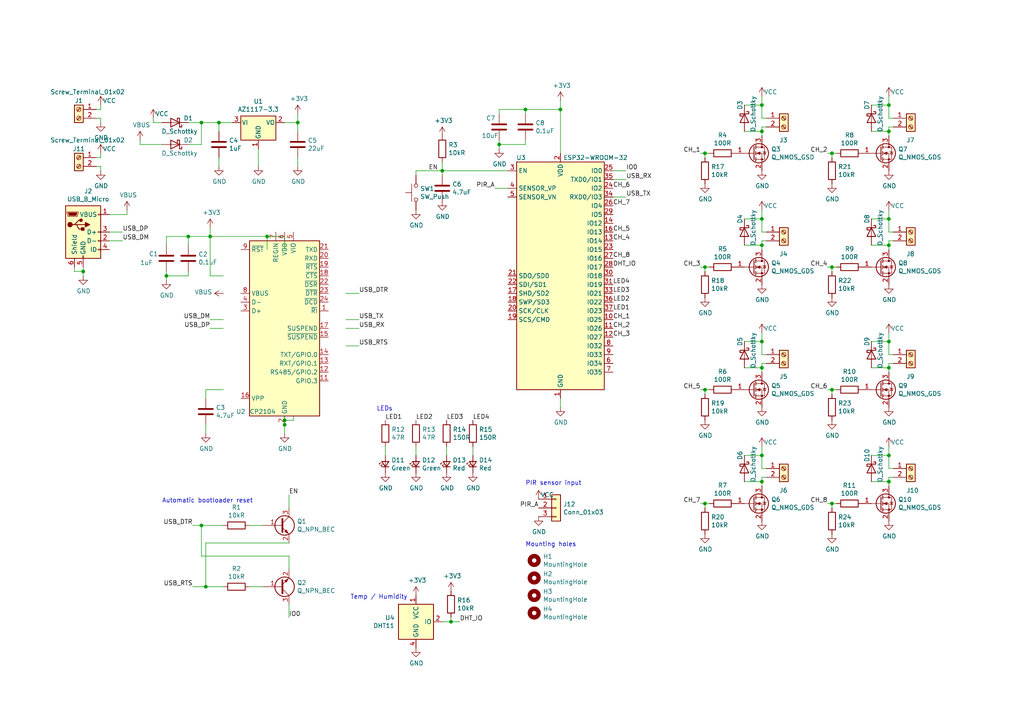
<source format=kicad_sch>
(kicad_sch (version 20211123) (generator eeschema)
  (paper "A4")
  (junction (at 241.3 146.05))
  (junction (at 257.81 139.7))
  (junction (at 257.81 38.1))
  (junction (at 257.81 63.5))
  (junction (at 257.81 106.68))
  (junction (at 59.69 170.18))
  (junction (at 162.56 31.75))
  (junction (at 220.98 99.06))
  (junction (at 48.26 80.01))
  (junction (at 60.96 68.58))
  (junction (at 257.81 30.48))
  (junction (at 220.98 63.5))
  (junction (at 86.36 35.56))
  (junction (at 82.55 121.92))
  (junction (at 220.98 139.7))
  (junction (at 77.47 68.58))
  (junction (at 257.81 132.08))
  (junction (at 204.47 77.47))
  (junction (at 24.13 78.74))
  (junction (at 241.3 113.03))
  (junction (at 58.42 35.56))
  (junction (at 130.81 180.34))
  (junction (at 204.47 146.05))
  (junction (at 220.98 38.1))
  (junction (at 128.27 49.53))
  (junction (at 257.81 71.12))
  (junction (at 204.47 44.45))
  (junction (at 54.61 68.58))
  (junction (at 144.78 41.91))
  (junction (at 220.98 71.12))
  (junction (at 220.98 132.08))
  (junction (at 204.47 113.03))
  (junction (at 152.4 31.75))
  (junction (at 220.98 30.48))
  (junction (at 82.55 123.19))
  (junction (at 63.5 35.56))
  (junction (at 241.3 44.45))
  (junction (at 241.3 77.47))
  (junction (at 257.81 99.06))
  (junction (at 58.42 152.4))
  (junction (at 220.98 106.68))
  (wire (pts (xy 59.69 115.57) (xy 59.69 113.03)))
  (wire (pts (xy 128.27 49.53) (xy 147.32 49.53)))
  (wire (pts (xy 55.88 152.4) (xy 58.42 152.4)))
  (wire (pts (xy 215.9 106.68) (xy 220.98 106.68)))
  (wire (pts (xy 215.9 99.06) (xy 220.98 99.06)))
  (wire (pts (xy 58.42 161.29) (xy 58.42 152.4)))
  (wire (pts (xy 29.21 34.29) (xy 29.21 35.56)))
  (wire (pts (xy 44.45 35.56) (xy 46.99 35.56)))
  (wire (pts (xy 128.27 180.34) (xy 130.81 180.34)))
  (wire (pts (xy 83.82 161.29) (xy 58.42 161.29)))
  (wire (pts (xy 72.39 170.18) (xy 76.2 170.18)))
  (wire (pts (xy 104.14 85.09) (xy 100.33 85.09)))
  (wire (pts (xy 215.9 132.08) (xy 220.98 132.08)))
  (wire (pts (xy 59.69 113.03) (xy 64.77 113.03)))
  (wire (pts (xy 40.64 41.91) (xy 46.99 41.91)))
  (wire (pts (xy 252.73 38.1) (xy 257.81 38.1)))
  (wire (pts (xy 60.96 68.58) (xy 77.47 68.58)))
  (wire (pts (xy 120.65 49.53) (xy 120.65 50.8)))
  (wire (pts (xy 86.36 35.56) (xy 82.55 35.56)))
  (wire (pts (xy 60.96 92.71) (xy 64.77 92.71)))
  (wire (pts (xy 257.81 69.85) (xy 257.81 71.12)))
  (wire (pts (xy 203.2 146.05) (xy 204.47 146.05)))
  (wire (pts (xy 259.08 138.43) (xy 257.81 138.43)))
  (wire (pts (xy 60.96 80.01) (xy 60.96 68.58)))
  (wire (pts (xy 252.73 132.08) (xy 257.81 132.08)))
  (wire (pts (xy 60.96 66.04) (xy 60.96 68.58)))
  (wire (pts (xy 259.08 36.83) (xy 257.81 36.83)))
  (wire (pts (xy 220.98 67.31) (xy 222.25 67.31)))
  (wire (pts (xy 31.75 67.31) (xy 35.56 67.31)))
  (wire (pts (xy 29.21 45.72) (xy 29.21 44.45)))
  (wire (pts (xy 257.81 63.5) (xy 257.81 60.96)))
  (wire (pts (xy 220.98 102.87) (xy 222.25 102.87)))
  (wire (pts (xy 152.4 31.75) (xy 152.4 33.02)))
  (wire (pts (xy 204.47 113.03) (xy 204.47 114.3)))
  (wire (pts (xy 44.45 34.29) (xy 44.45 35.56)))
  (wire (pts (xy 220.98 132.08) (xy 220.98 129.54)))
  (wire (pts (xy 257.81 34.29) (xy 259.08 34.29)))
  (wire (pts (xy 60.96 80.01) (xy 64.77 80.01)))
  (wire (pts (xy 220.98 38.1) (xy 220.98 39.37)))
  (wire (pts (xy 128.27 46.99) (xy 128.27 49.53)))
  (wire (pts (xy 257.81 132.08) (xy 257.81 135.89)))
  (wire (pts (xy 24.13 78.74) (xy 21.59 78.74)))
  (wire (pts (xy 240.03 44.45) (xy 241.3 44.45)))
  (wire (pts (xy 82.55 123.19) (xy 82.55 121.92)))
  (wire (pts (xy 77.47 68.58) (xy 82.55 68.58)))
  (wire (pts (xy 257.81 102.87) (xy 259.08 102.87)))
  (wire (pts (xy 36.83 60.96) (xy 36.83 62.23)))
  (wire (pts (xy 100.33 92.71) (xy 104.14 92.71)))
  (wire (pts (xy 83.82 157.48) (xy 59.69 157.48)))
  (wire (pts (xy 82.55 121.92) (xy 82.55 120.65)))
  (wire (pts (xy 152.4 41.91) (xy 152.4 40.64)))
  (wire (pts (xy 72.39 152.4) (xy 76.2 152.4)))
  (wire (pts (xy 240.03 77.47) (xy 241.3 77.47)))
  (wire (pts (xy 204.47 44.45) (xy 205.74 44.45)))
  (wire (pts (xy 220.98 139.7) (xy 220.98 140.97)))
  (wire (pts (xy 83.82 165.1) (xy 83.82 161.29)))
  (wire (pts (xy 257.81 138.43) (xy 257.81 139.7)))
  (wire (pts (xy 48.26 80.01) (xy 54.61 80.01)))
  (wire (pts (xy 240.03 113.03) (xy 241.3 113.03)))
  (wire (pts (xy 220.98 30.48) (xy 220.98 27.94)))
  (wire (pts (xy 144.78 41.91) (xy 152.4 41.91)))
  (wire (pts (xy 257.81 36.83) (xy 257.81 38.1)))
  (wire (pts (xy 162.56 31.75) (xy 162.56 44.45)))
  (wire (pts (xy 257.81 135.89) (xy 259.08 135.89)))
  (wire (pts (xy 252.73 99.06) (xy 257.81 99.06)))
  (wire (pts (xy 220.98 34.29) (xy 222.25 34.29)))
  (wire (pts (xy 59.69 157.48) (xy 59.69 170.18)))
  (wire (pts (xy 215.9 38.1) (xy 220.98 38.1)))
  (wire (pts (xy 257.81 67.31) (xy 259.08 67.31)))
  (wire (pts (xy 82.55 125.73) (xy 82.55 123.19)))
  (wire (pts (xy 241.3 146.05) (xy 242.57 146.05)))
  (wire (pts (xy 144.78 43.18) (xy 144.78 41.91)))
  (wire (pts (xy 252.73 63.5) (xy 257.81 63.5)))
  (wire (pts (xy 220.98 30.48) (xy 220.98 34.29)))
  (wire (pts (xy 252.73 106.68) (xy 257.81 106.68)))
  (wire (pts (xy 203.2 77.47) (xy 204.47 77.47)))
  (wire (pts (xy 241.3 44.45) (xy 241.3 45.72)))
  (wire (pts (xy 27.94 45.72) (xy 29.21 45.72)))
  (wire (pts (xy 220.98 105.41) (xy 220.98 106.68)))
  (wire (pts (xy 82.55 121.92) (xy 85.09 121.92)))
  (wire (pts (xy 48.26 68.58) (xy 54.61 68.58)))
  (wire (pts (xy 54.61 35.56) (xy 58.42 35.56)))
  (wire (pts (xy 48.26 71.12) (xy 48.26 68.58)))
  (wire (pts (xy 220.98 138.43) (xy 220.98 139.7)))
  (wire (pts (xy 204.47 77.47) (xy 205.74 77.47)))
  (wire (pts (xy 240.03 146.05) (xy 241.3 146.05)))
  (wire (pts (xy 220.98 36.83) (xy 220.98 38.1)))
  (wire (pts (xy 222.25 69.85) (xy 220.98 69.85)))
  (wire (pts (xy 85.09 121.92) (xy 85.09 120.65)))
  (wire (pts (xy 215.9 139.7) (xy 220.98 139.7)))
  (wire (pts (xy 257.81 105.41) (xy 257.81 106.68)))
  (wire (pts (xy 86.36 48.26) (xy 86.36 45.72)))
  (wire (pts (xy 215.9 63.5) (xy 220.98 63.5)))
  (wire (pts (xy 27.94 34.29) (xy 29.21 34.29)))
  (wire (pts (xy 222.25 105.41) (xy 220.98 105.41)))
  (wire (pts (xy 204.47 113.03) (xy 205.74 113.03)))
  (wire (pts (xy 21.59 78.74) (xy 21.59 77.47)))
  (wire (pts (xy 222.25 138.43) (xy 220.98 138.43)))
  (wire (pts (xy 58.42 35.56) (xy 63.5 35.56)))
  (wire (pts (xy 144.78 41.91) (xy 144.78 40.64)))
  (wire (pts (xy 257.81 63.5) (xy 257.81 67.31)))
  (wire (pts (xy 120.65 49.53) (xy 128.27 49.53)))
  (wire (pts (xy 31.75 62.23) (xy 36.83 62.23)))
  (wire (pts (xy 143.51 54.61) (xy 147.32 54.61)))
  (wire (pts (xy 241.3 77.47) (xy 241.3 78.74)))
  (wire (pts (xy 257.81 139.7) (xy 257.81 140.97)))
  (wire (pts (xy 257.81 30.48) (xy 257.81 27.94)))
  (wire (pts (xy 40.64 40.64) (xy 40.64 41.91)))
  (wire (pts (xy 204.47 77.47) (xy 204.47 78.74)))
  (wire (pts (xy 257.81 99.06) (xy 257.81 96.52)))
  (wire (pts (xy 104.14 95.25) (xy 100.33 95.25)))
  (wire (pts (xy 54.61 68.58) (xy 60.96 68.58)))
  (wire (pts (xy 257.81 132.08) (xy 257.81 129.54)))
  (wire (pts (xy 59.69 125.73) (xy 59.69 123.19)))
  (wire (pts (xy 29.21 30.48) (xy 29.21 31.75)))
  (wire (pts (xy 220.98 99.06) (xy 220.98 96.52)))
  (wire (pts (xy 104.14 100.33) (xy 100.33 100.33)))
  (wire (pts (xy 48.26 78.74) (xy 48.26 80.01)))
  (wire (pts (xy 257.81 38.1) (xy 257.81 39.37)))
  (wire (pts (xy 204.47 146.05) (xy 204.47 147.32)))
  (wire (pts (xy 259.08 105.41) (xy 257.81 105.41)))
  (wire (pts (xy 29.21 48.26) (xy 29.21 49.53)))
  (wire (pts (xy 77.47 68.58) (xy 77.47 72.39)))
  (wire (pts (xy 162.56 29.21) (xy 162.56 31.75)))
  (wire (pts (xy 27.94 48.26) (xy 29.21 48.26)))
  (wire (pts (xy 58.42 41.91) (xy 54.61 41.91)))
  (wire (pts (xy 252.73 139.7) (xy 257.81 139.7)))
  (wire (pts (xy 86.36 33.02) (xy 86.36 35.56)))
  (wire (pts (xy 74.93 48.26) (xy 74.93 43.18)))
  (wire (pts (xy 222.25 36.83) (xy 220.98 36.83)))
  (wire (pts (xy 241.3 44.45) (xy 242.57 44.45)))
  (wire (pts (xy 162.56 118.11) (xy 162.56 115.57)))
  (wire (pts (xy 82.55 68.58) (xy 82.55 72.39)))
  (wire (pts (xy 257.81 71.12) (xy 257.81 72.39)))
  (wire (pts (xy 128.27 50.8) (xy 128.27 49.53)))
  (wire (pts (xy 120.65 129.54) (xy 120.65 132.08)))
  (wire (pts (xy 252.73 30.48) (xy 257.81 30.48)))
  (wire (pts (xy 220.98 69.85) (xy 220.98 71.12)))
  (wire (pts (xy 241.3 113.03) (xy 241.3 114.3)))
  (wire (pts (xy 181.61 52.07) (xy 177.8 52.07)))
  (wire (pts (xy 55.88 170.18) (xy 59.69 170.18)))
  (wire (pts (xy 181.61 49.53) (xy 177.8 49.53)))
  (wire (pts (xy 252.73 71.12) (xy 257.81 71.12)))
  (wire (pts (xy 144.78 31.75) (xy 152.4 31.75)))
  (wire (pts (xy 241.3 146.05) (xy 241.3 147.32)))
  (wire (pts (xy 241.3 77.47) (xy 242.57 77.47)))
  (wire (pts (xy 259.08 69.85) (xy 257.81 69.85)))
  (wire (pts (xy 220.98 132.08) (xy 220.98 135.89)))
  (wire (pts (xy 63.5 35.56) (xy 67.31 35.56)))
  (wire (pts (xy 86.36 38.1) (xy 86.36 35.56)))
  (wire (pts (xy 59.69 170.18) (xy 64.77 170.18)))
  (wire (pts (xy 24.13 77.47) (xy 24.13 78.74)))
  (wire (pts (xy 215.9 30.48) (xy 220.98 30.48)))
  (wire (pts (xy 48.26 80.01) (xy 48.26 81.28)))
  (wire (pts (xy 144.78 33.02) (xy 144.78 31.75)))
  (wire (pts (xy 54.61 80.01) (xy 54.61 78.74)))
  (wire (pts (xy 204.47 44.45) (xy 204.47 45.72)))
  (wire (pts (xy 257.81 30.48) (xy 257.81 34.29)))
  (wire (pts (xy 63.5 35.56) (xy 63.5 38.1)))
  (wire (pts (xy 215.9 71.12) (xy 220.98 71.12)))
  (wire (pts (xy 29.21 31.75) (xy 27.94 31.75)))
  (wire (pts (xy 162.56 31.75) (xy 152.4 31.75)))
  (wire (pts (xy 241.3 113.03) (xy 242.57 113.03)))
  (wire (pts (xy 133.35 180.34) (xy 130.81 180.34)))
  (wire (pts (xy 111.76 129.54) (xy 111.76 132.08)))
  (wire (pts (xy 54.61 71.12) (xy 54.61 68.58)))
  (wire (pts (xy 220.98 63.5) (xy 220.98 60.96)))
  (wire (pts (xy 257.81 99.06) (xy 257.81 102.87)))
  (wire (pts (xy 35.56 69.85) (xy 31.75 69.85)))
  (wire (pts (xy 137.16 129.54) (xy 137.16 132.08)))
  (wire (pts (xy 129.54 129.54) (xy 129.54 132.08)))
  (wire (pts (xy 203.2 44.45) (xy 204.47 44.45)))
  (wire (pts (xy 58.42 152.4) (xy 64.77 152.4)))
  (wire (pts (xy 257.81 106.68) (xy 257.81 107.95)))
  (wire (pts (xy 220.98 71.12) (xy 220.98 72.39)))
  (wire (pts (xy 204.47 146.05) (xy 205.74 146.05)))
  (wire (pts (xy 220.98 99.06) (xy 220.98 102.87)))
  (wire (pts (xy 83.82 143.51) (xy 83.82 147.32)))
  (wire (pts (xy 58.42 35.56) (xy 58.42 41.91)))
  (wire (pts (xy 60.96 95.25) (xy 64.77 95.25)))
  (wire (pts (xy 220.98 135.89) (xy 222.25 135.89)))
  (wire (pts (xy 83.82 179.07) (xy 83.82 175.26)))
  (wire (pts (xy 220.98 106.68) (xy 220.98 107.95)))
  (wire (pts (xy 130.81 180.34) (xy 130.81 179.07)))
  (wire (pts (xy 203.2 113.03) (xy 204.47 113.03)))
  (wire (pts (xy 63.5 48.26) (xy 63.5 45.72)))
  (wire (pts (xy 181.61 57.15) (xy 177.8 57.15)))
  (wire (pts (xy 220.98 63.5) (xy 220.98 67.31)))
  (wire (pts (xy 24.13 80.01) (xy 24.13 78.74)))
  (text "PIR sensor input" (at 152.4 140.97 0) (effects (font (size 1.27 1.27)) (justify left bottom)))
  (text "Mounting holes" (at 152.4 158.75 0) (effects (font (size 1.27 1.27)) (justify left bottom)))
  (text "Temp / Humidity" (at 101.6 173.99 0) (effects (font (size 1.27 1.27)) (justify left bottom)))
  (text "LEDs" (at 109.22 119.38 0) (effects (font (size 1.27 1.27)) (justify left bottom)))
  (text "Automatic bootloader reset" (at 46.99 146.05 0) (effects (font (size 1.27 1.27)) (justify left bottom)))
  (label "LED4" (at 177.8 82.55 0))
  (label "LED4" (at 137.16 121.92 0))
  (label "USB_RX" (at 104.14 95.25 0))
  (label "CH_8" (at 177.8 74.93 0))
  (label "USB_TX" (at 181.61 57.15 0))
  (label "USB_DTR" (at 104.14 85.09 0))
  (label "CH_3" (at 203.2 77.47 180))
  (label "PIR_A" (at 143.51 54.61 180))
  (label "USB_TX" (at 104.14 92.71 0))
  (label "USB_DM" (at 35.56 69.85 0))
  (label "CH_6" (at 240.03 113.03 180))
  (label "USB_RTS" (at 55.88 170.18 180))
  (label "CH_1" (at 203.2 44.45 180))
  (label "PIR_A" (at 156.21 147.32 180))
  (label "IO0" (at 83.82 179.07 0))
  (label "CH_2" (at 240.03 44.45 180))
  (label "USB_DP" (at 35.56 67.31 0))
  (label "IO0" (at 181.61 49.53 0))
  (label "CH_6" (at 177.8 54.61 0))
  (label "LED3" (at 129.54 121.92 0))
  (label "CH_7" (at 203.2 146.05 180))
  (label "EN" (at 83.82 143.51 0))
  (label "USB_DP" (at 60.96 95.25 180))
  (label "CH_1" (at 177.8 92.71 0))
  (label "LED1" (at 177.8 90.17 0))
  (label "EN" (at 127 49.53 180))
  (label "CH_4" (at 177.8 69.85 0))
  (label "CH_4" (at 240.03 77.47 180))
  (label "CH_8" (at 240.03 146.05 180))
  (label "LED1" (at 111.76 121.92 0))
  (label "CH_3" (at 177.8 97.79 0))
  (label "LED2" (at 177.8 87.63 0))
  (label "CH_5" (at 203.2 113.03 180))
  (label "CH_5" (at 177.8 67.31 0))
  (label "CH_2" (at 177.8 95.25 0))
  (label "DHT_IO" (at 177.8 77.47 0))
  (label "LED2" (at 120.65 121.92 0))
  (label "USB_RTS" (at 104.14 100.33 0))
  (label "LED3" (at 177.8 85.09 0))
  (label "DHT_IO" (at 133.35 180.34 0))
  (label "USB_DTR" (at 55.88 152.4 180))
  (label "USB_RX" (at 181.61 52.07 0))
  (label "CH_7" (at 177.8 59.69 0))
  (label "USB_DM" (at 60.96 92.71 180))
  (symbol (lib_id "RF_Module:ESP32-WROOM-32") (at 162.56 80.01 0) (unit 1)
    (property "Reference" "U3" (at 151.13 45.72 0))
    (property "Value" "ESP32-WROOM-32" (at 172.72 45.72 0))
    (property "Footprint" "RF_Module:ESP32-WROOM-32" (effects hide))
    (property "Datasheet" "https://www.espressif.com/sites/default/files/documentation/esp32-wroom-32_datasheet_en.pdf" (effects hide))
  )
  (symbol (lib_id "Device:Q_NMOS_GSD") (at 218.44 44.45 0) (unit 1)
    (property "Reference" "Q3" (at 223.6724 43.2816 0) (effects (justify left)))
    (property "Value" "Q_NMOS_GSD" (at 223.6724 45.593 0) (effects (justify left)))
    (property "Footprint" "Package_TO_SOT_SMD:SOT-23" (effects hide))
    (property "LCSC#" "C20917" (effects hide))
    (property "MFR" "Alpha & Omega Semico" (effects hide))
    (property "MPN" "AO3400A" (effects hide))
  )
  (symbol (lib_id "Regulator_Linear:AZ1117-3.3") (at 74.93 35.56 0) (unit 1)
    (property "Reference" "U1" (at 74.93 29.4132 0))
    (property "Value" "AZ1117-3.3" (at 74.93 31.7246 0))
    (property "Footprint" "Package_TO_SOT_SMD:SOT-223-3_TabPin2" (effects hide))
    (property "Datasheet" "https://www.diodes.com/assets/Datasheets/AZ1117.pdf" (effects hide))
    (property "LCSC#" "C92102" (effects hide))
    (property "MFR" "Diodes Incorporated" (effects hide))
    (property "MPN" "AZ1117CH-3.3TRG1" (effects hide))
  )
  (symbol (lib_id "Device:C") (at 63.5 41.91 0) (unit 1)
    (property "Reference" "C4" (at 66.421 40.7416 0) (effects (justify left)))
    (property "Value" "1uF" (at 66.421 43.053 0) (effects (justify left)))
    (property "Footprint" "Resistor_SMD:R_0603_1608Metric" (effects hide))
    (property "LCSC#" "C15849" (effects hide))
    (property "MFR" "Samsung Electro-Mechanics" (effects hide))
    (property "MPN" "CL10A105KB8NNNC" (effects hide))
  )
  (symbol (lib_id "Device:D_Schottky") (at 50.8 35.56 180) (unit 1)
    (property "Reference" "D1" (at 54.61 34.29 0))
    (property "Value" "D_Schottky" (at 52.07 38.1 0))
    (property "Footprint" "Diode_SMD:D_SOD-123" (effects hide))
    (property "LCSC#" "C8598" (effects hide))
    (property "MFR" "Changjiang Electronics Tech (CJ)" (effects hide))
    (property "MPN" "B5819W SL" (effects hide))
  )
  (symbol (lib_id "power:GND") (at 29.21 35.56 0) (unit 1)
    (property "Reference" "#PWR0101" (effects hide))
    (property "Value" "GND" (at 29.337 39.9542 0))
  )
  (symbol (lib_id "power:GND") (at 63.5 48.26 0) (unit 1)
    (property "Reference" "#PWR0102" (effects hide))
    (property "Value" "GND" (at 63.627 52.6542 0))
  )
  (symbol (lib_id "power:GND") (at 74.93 48.26 0) (unit 1)
    (property "Reference" "#PWR0103" (effects hide))
    (property "Value" "GND" (at 75.057 52.6542 0))
  )
  (symbol (lib_id "Connector:USB_B_Micro") (at 24.13 67.31 0) (unit 1)
    (property "Reference" "J2" (at 25.5778 55.4482 0))
    (property "Value" "USB_B_Micro" (at 25.5778 57.7596 0))
    (property "Footprint" "Connector_USB:USB_Micro-B_Molex-105017-0001" (effects hide))
  )
  (symbol (lib_id "power:VCC") (at 29.21 30.48 0) (unit 1)
    (property "Reference" "#PWR0104" (effects hide))
    (property "Value" "VCC" (at 31.75 29.21 0))
  )
  (symbol (lib_id "Connector:Screw_Terminal_01x02") (at 22.86 31.75 0) (mirror y) (unit 1)
    (property "Reference" "J1" (at 22.86 29.21 0))
    (property "Value" "Screw_Terminal_01x02" (at 25.4 26.67 0))
    (property "Footprint" "TerminalBlock_Phoenix:TerminalBlock_Phoenix_PT-1,5-2-3.5-H_1x02_P3.50mm_Horizontal" (effects hide))
  )
  (symbol (lib_id "Device:D_Schottky") (at 50.8 41.91 180) (unit 1)
    (property "Reference" "D2" (at 54.61 40.64 0))
    (property "Value" "D_Schottky" (at 52.07 44.45 0))
    (property "Footprint" "Diode_SMD:D_SOD-123" (effects hide))
    (property "LCSC#" "C8598" (effects hide))
    (property "MFR" "Changjiang Electronics Tech (CJ)" (effects hide))
    (property "MPN" "B5819W SL" (effects hide))
  )
  (symbol (lib_id "power:VCC") (at 44.45 34.29 0) (unit 1)
    (property "Reference" "#PWR0105" (effects hide))
    (property "Value" "VCC" (at 46.99 33.02 0))
  )
  (symbol (lib_id "power:VBUS") (at 40.64 40.64 0) (unit 1)
    (property "Reference" "#PWR0106" (effects hide))
    (property "Value" "VBUS" (at 41.021 36.2458 0))
  )
  (symbol (lib_id "power:VBUS") (at 36.83 60.96 0) (unit 1)
    (property "Reference" "#PWR0107" (effects hide))
    (property "Value" "VBUS" (at 37.211 56.5658 0))
  )
  (symbol (lib_id "power:GND") (at 24.13 80.01 0) (unit 1)
    (property "Reference" "#PWR0108" (effects hide))
    (property "Value" "GND" (at 24.257 84.4042 0))
  )
  (symbol (lib_id "Interface_USB:CP2104") (at 82.55 95.25 0) (unit 1)
    (property "Reference" "U2" (at 69.85 119.38 0))
    (property "Value" "CP2104" (at 76.2 119.38 0))
    (property "Footprint" "Package_DFN_QFN:QFN-24-1EP_4x4mm_P0.5mm_EP2.6x2.6mm" (effects hide))
    (property "Datasheet" "https://www.silabs.com/documents/public/data-sheets/cp2104.pdf" (effects hide))
    (property "LCSC#" "C47742" (effects hide))
    (property "MFR" "SILICON LABS" (effects hide))
    (property "MPN" "CP2104-F03-GMR" (effects hide))
  )
  (symbol (lib_id "power:+3V3") (at 86.36 33.02 0) (unit 1)
    (property "Reference" "#PWR0109" (effects hide))
    (property "Value" "+3V3" (at 86.741 28.6258 0))
  )
  (symbol (lib_id "Device:C") (at 86.36 41.91 0) (unit 1)
    (property "Reference" "C5" (at 89.281 40.7416 0) (effects (justify left)))
    (property "Value" "22uF" (at 89.281 43.053 0) (effects (justify left)))
    (property "Footprint" "Resistor_SMD:R_0603_1608Metric" (effects hide))
    (property "LCSC#" "C59461" (effects hide))
    (property "MFR" "Samsung Electro-Mechanics" (effects hide))
    (property "MPN" "CL10A226MQ8NRNC" (effects hide))
  )
  (symbol (lib_id "power:GND") (at 86.36 48.26 0) (unit 1)
    (property "Reference" "#PWR0110" (effects hide))
    (property "Value" "GND" (at 86.487 52.6542 0))
  )
  (symbol (lib_id "power:VBUS") (at 64.77 85.09 90) (unit 1)
    (property "Reference" "#PWR0111" (effects hide))
    (property "Value" "VBUS" (at 61.5442 84.709 90) (effects (justify left)))
  )
  (symbol (lib_id "power:+3V3") (at 60.96 66.04 0) (unit 1)
    (property "Reference" "#PWR0112" (effects hide))
    (property "Value" "+3V3" (at 61.341 61.6458 0))
  )
  (symbol (lib_id "Device:C") (at 54.61 74.93 0) (unit 1)
    (property "Reference" "C2" (at 57.531 73.7616 0) (effects (justify left)))
    (property "Value" "0.1uF" (at 57.531 76.073 0) (effects (justify left)))
    (property "Footprint" "Resistor_SMD:R_0402_1005Metric" (effects hide))
    (property "LCSC#" "C1525" (effects hide))
    (property "MFR" "Samsung Electro-Mechanics" (effects hide))
    (property "MPN" "CL05B104KO5NNNC" (effects hide))
  )
  (symbol (lib_id "Device:C") (at 48.26 74.93 0) (unit 1)
    (property "Reference" "C1" (at 43.18 73.66 0) (effects (justify left)))
    (property "Value" "1uF" (at 40.64 76.2 0) (effects (justify left)))
    (property "Footprint" "Resistor_SMD:R_0402_1005Metric" (effects hide))
    (property "LCSC#" "C52923" (effects hide))
    (property "MFR" "Samsung Electro-Mechanics" (effects hide))
    (property "MPN" "CL05A105KA5NQNC" (effects hide))
  )
  (symbol (lib_id "power:GND") (at 48.26 81.28 0) (unit 1)
    (property "Reference" "#PWR0113" (effects hide))
    (property "Value" "GND" (at 48.387 85.6742 0))
  )
  (symbol (lib_id "Device:C") (at 59.69 119.38 0) (unit 1)
    (property "Reference" "C3" (at 62.611 118.2116 0) (effects (justify left)))
    (property "Value" "4.7uF" (at 62.611 120.523 0) (effects (justify left)))
    (property "Footprint" "Resistor_SMD:R_0603_1608Metric" (effects hide))
    (property "LCSC#" "C19666" (effects hide))
    (property "MFR" "Samsung Electro-Mechanics" (effects hide))
    (property "MPN" "CL10A475KO8NNNC" (effects hide))
  )
  (symbol (lib_id "power:GND") (at 59.69 125.73 0) (unit 1)
    (property "Reference" "#PWR0114" (effects hide))
    (property "Value" "GND" (at 59.817 130.1242 0))
  )
  (symbol (lib_id "power:GND") (at 82.55 125.73 0) (unit 1)
    (property "Reference" "#PWR0115" (effects hide))
    (property "Value" "GND" (at 82.677 130.1242 0))
  )
  (symbol (lib_id "Device:Q_NPN_BEC") (at 81.28 152.4 0) (unit 1)
    (property "Reference" "Q1" (at 86.1314 151.2316 0) (effects (justify left)))
    (property "Value" "Q_NPN_BEC" (at 86.1314 153.543 0) (effects (justify left)))
    (property "Footprint" "Package_TO_SOT_SMD:SOT-23" (effects hide))
    (property "LCSC#" "C2150" (effects hide))
    (property "MFR" "Changjiang Electronics Tech (CJ)" (effects hide))
    (property "MPN" "SS8050" (effects hide))
  )
  (symbol (lib_id "Device:Q_NPN_BEC") (at 81.28 170.18 0) (mirror x) (unit 1)
    (property "Reference" "Q2" (at 86.1314 169.0116 0) (effects (justify left)))
    (property "Value" "Q_NPN_BEC" (at 86.1314 171.323 0) (effects (justify left)))
    (property "Footprint" "Package_TO_SOT_SMD:SOT-23" (effects hide))
    (property "LCSC#" "C2150" (effects hide))
    (property "MFR" "Changjiang Electronics Tech (CJ)" (effects hide))
    (property "MPN" "SS8050" (effects hide))
  )
  (symbol (lib_id "Device:R") (at 68.58 152.4 270) (unit 1)
    (property "Reference" "R1" (at 68.58 147.1422 90))
    (property "Value" "10kR" (at 68.58 149.4536 90))
    (property "Footprint" "Resistor_SMD:R_0402_1005Metric" (effects hide))
    (property "LCSC#" "C25744" (effects hide))
    (property "MFR" "UNI-ROYAL(Uniroyal Elec)" (effects hide))
    (property "MPN" "0402WGF1002TCE" (effects hide))
  )
  (symbol (lib_id "Device:R") (at 68.58 170.18 270) (unit 1)
    (property "Reference" "R2" (at 68.58 164.9222 90))
    (property "Value" "10kR" (at 68.58 167.2336 90))
    (property "Footprint" "Resistor_SMD:R_0402_1005Metric" (effects hide))
    (property "LCSC#" "C25744" (effects hide))
    (property "MFR" "UNI-ROYAL(Uniroyal Elec)" (effects hide))
    (property "MPN" "0402WGF1002TCE" (effects hide))
  )
  (symbol (lib_id "power:+3V3") (at 162.56 29.21 0) (unit 1)
    (property "Reference" "#PWR0116" (effects hide))
    (property "Value" "+3V3" (at 162.941 24.8158 0))
  )
  (symbol (lib_id "Device:C") (at 152.4 36.83 0) (unit 1)
    (property "Reference" "C8" (at 155.321 35.6616 0) (effects (justify left)))
    (property "Value" "0.1uF" (at 155.321 37.973 0) (effects (justify left)))
    (property "Footprint" "Resistor_SMD:R_0402_1005Metric" (effects hide))
    (property "LCSC#" "C1525" (effects hide))
    (property "MFR" "Samsung Electro-Mechanics" (effects hide))
    (property "MPN" "CL05B104KO5NNNC" (effects hide))
  )
  (symbol (lib_id "Device:C") (at 144.78 36.83 0) (unit 1)
    (property "Reference" "C7" (at 140.97 34.29 0) (effects (justify left)))
    (property "Value" "10uF" (at 139.7 39.37 0) (effects (justify left)))
    (property "Footprint" "Resistor_SMD:R_0402_1005Metric" (effects hide))
    (property "LCSC#" "C15525" (effects hide))
    (property "MFR" "Samsung Electro-Mechanics" (effects hide))
    (property "MPN" "CL05A106MQ5NUNC" (effects hide))
  )
  (symbol (lib_id "power:GND") (at 144.78 43.18 0) (unit 1)
    (property "Reference" "#PWR0117" (effects hide))
    (property "Value" "GND" (at 144.907 47.5742 0))
  )
  (symbol (lib_id "Device:C") (at 128.27 54.61 0) (unit 1)
    (property "Reference" "C6" (at 131.191 53.4416 0) (effects (justify left)))
    (property "Value" "4.7uF" (at 131.191 55.753 0) (effects (justify left)))
    (property "Footprint" "Resistor_SMD:R_0402_1005Metric" (effects hide))
    (property "LCSC#" "C23733" (effects hide))
    (property "MFR" "Samsung Electro-Mechanics" (effects hide))
    (property "MPN" "CL05A475MP5NRNC" (effects hide))
  )
  (symbol (lib_id "power:GND") (at 128.27 58.42 0) (unit 1)
    (property "Reference" "#PWR0118" (effects hide))
    (property "Value" "GND" (at 128.397 62.8142 0))
  )
  (symbol (lib_id "Device:R") (at 128.27 43.18 180) (unit 1)
    (property "Reference" "R3" (at 130.048 42.0116 0) (effects (justify right)))
    (property "Value" "10kR" (at 130.048 44.323 0) (effects (justify right)))
    (property "Footprint" "Resistor_SMD:R_0402_1005Metric" (effects hide))
    (property "LCSC#" "C25744" (effects hide))
    (property "MFR" "UNI-ROYAL(Uniroyal Elec)" (effects hide))
    (property "MPN" "0402WGF1002TCE" (effects hide))
  )
  (symbol (lib_id "power:+3V3") (at 128.27 39.37 0) (unit 1)
    (property "Reference" "#PWR0119" (effects hide))
    (property "Value" "+3V3" (at 128.651 34.9758 0))
  )
  (symbol (lib_id "Switch:SW_Push") (at 120.65 55.88 90) (unit 1)
    (property "Reference" "SW1" (at 121.8692 54.7116 90) (effects (justify right)))
    (property "Value" "SW_Push" (at 121.8692 57.023 90) (effects (justify right)))
    (property "Footprint" "footprints:TS-1187A" (effects hide))
    (property "LCSC#" "C318888" (effects hide))
    (property "MFR" "XKB Connectivity" (effects hide))
    (property "MPN" "TS-1187A-C-D-B" (effects hide))
  )
  (symbol (lib_id "power:GND") (at 120.65 60.96 0) (unit 1)
    (property "Reference" "#PWR0120" (effects hide))
    (property "Value" "GND" (at 120.777 65.3542 0))
  )
  (symbol (lib_id "power:GND") (at 162.56 118.11 0) (unit 1)
    (property "Reference" "#PWR0121" (effects hide))
    (property "Value" "GND" (at 162.687 122.5042 0))
  )
  (symbol (lib_id "Device:R") (at 209.55 44.45 270) (unit 1)
    (property "Reference" "R4" (at 209.55 39.1922 90))
    (property "Value" "100R" (at 209.55 41.5036 90))
    (property "Footprint" "Resistor_SMD:R_0402_1005Metric" (effects hide))
    (property "LCSC#" "C25076" (effects hide))
    (property "MFR" "UNI-ROYAL(Uniroyal Elec)" (effects hide))
    (property "MPN" "0402WGF1000TCE" (effects hide))
  )
  (symbol (lib_id "power:GND") (at 220.98 49.53 0) (unit 1)
    (property "Reference" "#PWR0122" (effects hide))
    (property "Value" "GND" (at 221.107 53.9242 0))
  )
  (symbol (lib_id "Connector:Screw_Terminal_01x02") (at 227.33 34.29 0) (unit 1)
    (property "Reference" "J3" (at 226.06 40.64 0) (effects (justify left)))
    (property "Value" "Screw_Terminal_01x02" (effects hide))
    (property "Footprint" "TerminalBlock_Phoenix:TerminalBlock_Phoenix_PT-1,5-2-3.5-H_1x02_P3.50mm_Horizontal" (effects hide))
  )
  (symbol (lib_id "power:VCC") (at 220.98 27.94 0) (unit 1)
    (property "Reference" "#PWR0123" (effects hide))
    (property "Value" "VCC" (at 223.52 26.67 0))
  )
  (symbol (lib_id "Device:D_Schottky") (at 215.9 34.29 270) (unit 1)
    (property "Reference" "D3" (at 214.63 30.48 0))
    (property "Value" "D_Schottky" (at 218.44 33.02 0))
    (property "Footprint" "Diode_SMD:D_SOD-123" (effects hide))
    (property "LCSC#" "C8598" (effects hide))
    (property "MFR" "Changjiang Electronics Tech (CJ)" (effects hide))
    (property "MPN" "B5819W SL" (effects hide))
  )
  (symbol (lib_id "Device:Q_NMOS_GSD") (at 255.27 44.45 0) (unit 1)
    (property "Reference" "Q7" (at 260.5024 43.2816 0) (effects (justify left)))
    (property "Value" "Q_NMOS_GDS" (at 260.5024 45.593 0) (effects (justify left)))
    (property "Footprint" "Package_TO_SOT_SMD:SOT-23" (effects hide))
    (property "LCSC#" "C20917" (effects hide))
    (property "MFR" "Alpha & Omega Semico" (effects hide))
    (property "MPN" "AO3400A" (effects hide))
  )
  (symbol (lib_id "Device:R") (at 246.38 44.45 270) (unit 1)
    (property "Reference" "R8" (at 246.38 39.1922 90))
    (property "Value" "100R" (at 246.38 41.5036 90))
    (property "Footprint" "Resistor_SMD:R_0402_1005Metric" (effects hide))
    (property "LCSC#" "C25076" (effects hide))
    (property "MFR" "UNI-ROYAL(Uniroyal Elec)" (effects hide))
    (property "MPN" "0402WGF1000TCE" (effects hide))
  )
  (symbol (lib_id "power:GND") (at 257.81 49.53 0) (unit 1)
    (property "Reference" "#PWR0124" (effects hide))
    (property "Value" "GND" (at 257.937 53.9242 0))
  )
  (symbol (lib_id "Connector:Screw_Terminal_01x02") (at 264.16 34.29 0) (unit 1)
    (property "Reference" "J7" (at 262.89 40.64 0) (effects (justify left)))
    (property "Value" "Screw_Terminal_01x02" (effects hide))
    (property "Footprint" "TerminalBlock_Phoenix:TerminalBlock_Phoenix_PT-1,5-2-3.5-H_1x02_P3.50mm_Horizontal" (effects hide))
  )
  (symbol (lib_id "power:VCC") (at 257.81 27.94 0) (unit 1)
    (property "Reference" "#PWR0125" (effects hide))
    (property "Value" "VCC" (at 260.35 26.67 0))
  )
  (symbol (lib_id "Device:Q_NMOS_GSD") (at 218.44 77.47 0) (unit 1)
    (property "Reference" "Q4" (at 223.6724 76.3016 0) (effects (justify left)))
    (property "Value" "Q_NMOS_GDS" (at 223.6724 78.613 0) (effects (justify left)))
    (property "Footprint" "Package_TO_SOT_SMD:SOT-23" (effects hide))
    (property "LCSC#" "C20917" (effects hide))
    (property "MFR" "Alpha & Omega Semico" (effects hide))
    (property "MPN" "AO3400A" (effects hide))
  )
  (symbol (lib_id "Device:R") (at 209.55 77.47 270) (unit 1)
    (property "Reference" "R5" (at 209.55 72.2122 90))
    (property "Value" "100R" (at 209.55 74.5236 90))
    (property "Footprint" "Resistor_SMD:R_0402_1005Metric" (effects hide))
    (property "LCSC#" "C25076" (effects hide))
    (property "MFR" "UNI-ROYAL(Uniroyal Elec)" (effects hide))
    (property "MPN" "0402WGF1000TCE" (effects hide))
  )
  (symbol (lib_id "power:GND") (at 220.98 82.55 0) (unit 1)
    (property "Reference" "#PWR0126" (effects hide))
    (property "Value" "GND" (at 221.107 86.9442 0))
  )
  (symbol (lib_id "Connector:Screw_Terminal_01x02") (at 227.33 67.31 0) (unit 1)
    (property "Reference" "J4" (at 226.06 73.66 0) (effects (justify left)))
    (property "Value" "Screw_Terminal_01x02" (effects hide))
    (property "Footprint" "TerminalBlock_Phoenix:TerminalBlock_Phoenix_PT-1,5-2-3.5-H_1x02_P3.50mm_Horizontal" (effects hide))
  )
  (symbol (lib_id "power:VCC") (at 220.98 60.96 0) (unit 1)
    (property "Reference" "#PWR0127" (effects hide))
    (property "Value" "VCC" (at 223.52 59.69 0))
  )
  (symbol (lib_id "Device:Q_NMOS_GSD") (at 255.27 77.47 0) (unit 1)
    (property "Reference" "Q8" (at 260.5024 76.3016 0) (effects (justify left)))
    (property "Value" "Q_NMOS_GDS" (at 260.5024 78.613 0) (effects (justify left)))
    (property "Footprint" "Package_TO_SOT_SMD:SOT-23" (effects hide))
    (property "LCSC#" "C20917" (effects hide))
    (property "MFR" "Alpha & Omega Semico" (effects hide))
    (property "MPN" "AO3400A" (effects hide))
  )
  (symbol (lib_id "Device:R") (at 246.38 77.47 270) (unit 1)
    (property "Reference" "R9" (at 246.38 72.2122 90))
    (property "Value" "100R" (at 246.38 74.5236 90))
    (property "Footprint" "Resistor_SMD:R_0402_1005Metric" (effects hide))
    (property "LCSC#" "C25076" (effects hide))
    (property "MFR" "UNI-ROYAL(Uniroyal Elec)" (effects hide))
    (property "MPN" "0402WGF1000TCE" (effects hide))
  )
  (symbol (lib_id "power:GND") (at 257.81 82.55 0) (unit 1)
    (property "Reference" "#PWR0128" (effects hide))
    (property "Value" "GND" (at 257.937 86.9442 0))
  )
  (symbol (lib_id "Connector:Screw_Terminal_01x02") (at 264.16 67.31 0) (unit 1)
    (property "Reference" "J8" (at 262.89 73.66 0) (effects (justify left)))
    (property "Value" "Screw_Terminal_01x02" (effects hide))
    (property "Footprint" "TerminalBlock_Phoenix:TerminalBlock_Phoenix_PT-1,5-2-3.5-H_1x02_P3.50mm_Horizontal" (effects hide))
  )
  (symbol (lib_id "power:VCC") (at 257.81 60.96 0) (unit 1)
    (property "Reference" "#PWR0129" (effects hide))
    (property "Value" "VCC" (at 260.35 59.69 0))
  )
  (symbol (lib_id "Device:Q_NMOS_GSD") (at 218.44 113.03 0) (unit 1)
    (property "Reference" "Q5" (at 223.6724 111.8616 0) (effects (justify left)))
    (property "Value" "Q_NMOS_GDS" (at 223.6724 114.173 0) (effects (justify left)))
    (property "Footprint" "Package_TO_SOT_SMD:SOT-23" (effects hide))
    (property "LCSC#" "C20917" (effects hide))
    (property "MFR" "Alpha & Omega Semico" (effects hide))
    (property "MPN" "AO3400A" (effects hide))
  )
  (symbol (lib_id "Device:R") (at 209.55 113.03 270) (unit 1)
    (property "Reference" "R6" (at 209.55 107.7722 90))
    (property "Value" "100R" (at 209.55 110.0836 90))
    (property "Footprint" "Resistor_SMD:R_0402_1005Metric" (effects hide))
    (property "LCSC#" "C25076" (effects hide))
    (property "MFR" "UNI-ROYAL(Uniroyal Elec)" (effects hide))
    (property "MPN" "0402WGF1000TCE" (effects hide))
  )
  (symbol (lib_id "power:GND") (at 220.98 118.11 0) (unit 1)
    (property "Reference" "#PWR0130" (effects hide))
    (property "Value" "GND" (at 221.107 122.5042 0))
  )
  (symbol (lib_id "Connector:Screw_Terminal_01x02") (at 227.33 102.87 0) (unit 1)
    (property "Reference" "J5" (at 226.06 109.22 0) (effects (justify left)))
    (property "Value" "Screw_Terminal_01x02" (effects hide))
    (property "Footprint" "TerminalBlock_Phoenix:TerminalBlock_Phoenix_PT-1,5-2-3.5-H_1x02_P3.50mm_Horizontal" (effects hide))
  )
  (symbol (lib_id "power:VCC") (at 220.98 96.52 0) (unit 1)
    (property "Reference" "#PWR0131" (effects hide))
    (property "Value" "VCC" (at 223.52 95.25 0))
  )
  (symbol (lib_id "Device:Q_NMOS_GSD") (at 255.27 113.03 0) (unit 1)
    (property "Reference" "Q9" (at 260.5024 111.8616 0) (effects (justify left)))
    (property "Value" "Q_NMOS_GDS" (at 260.5024 114.173 0) (effects (justify left)))
    (property "Footprint" "Package_TO_SOT_SMD:SOT-23" (effects hide))
    (property "LCSC#" "C20917" (effects hide))
    (property "MFR" "Alpha & Omega Semico" (effects hide))
    (property "MPN" "AO3400A" (effects hide))
  )
  (symbol (lib_id "Device:R") (at 246.38 113.03 270) (unit 1)
    (property "Reference" "R10" (at 246.38 107.7722 90))
    (property "Value" "100R" (at 246.38 110.0836 90))
    (property "Footprint" "Resistor_SMD:R_0402_1005Metric" (effects hide))
    (property "LCSC#" "C25076" (effects hide))
    (property "MFR" "UNI-ROYAL(Uniroyal Elec)" (effects hide))
    (property "MPN" "0402WGF1000TCE" (effects hide))
  )
  (symbol (lib_id "power:GND") (at 257.81 118.11 0) (unit 1)
    (property "Reference" "#PWR0132" (effects hide))
    (property "Value" "GND" (at 257.937 122.5042 0))
  )
  (symbol (lib_id "Connector:Screw_Terminal_01x02") (at 264.16 102.87 0) (unit 1)
    (property "Reference" "J9" (at 262.89 109.22 0) (effects (justify left)))
    (property "Value" "Screw_Terminal_01x02" (effects hide))
    (property "Footprint" "TerminalBlock_Phoenix:TerminalBlock_Phoenix_PT-1,5-2-3.5-H_1x02_P3.50mm_Horizontal" (effects hide))
  )
  (symbol (lib_id "power:VCC") (at 257.81 96.52 0) (unit 1)
    (property "Reference" "#PWR0133" (effects hide))
    (property "Value" "VCC" (at 260.35 95.25 0))
  )
  (symbol (lib_id "Device:Q_NMOS_GSD") (at 218.44 146.05 0) (unit 1)
    (property "Reference" "Q6" (at 223.6724 144.8816 0) (effects (justify left)))
    (property "Value" "Q_NMOS_GDS" (at 223.6724 147.193 0) (effects (justify left)))
    (property "Footprint" "Package_TO_SOT_SMD:SOT-23" (effects hide))
    (property "LCSC#" "C20917" (effects hide))
    (property "MFR" "Alpha & Omega Semico" (effects hide))
    (property "MPN" "AO3400A" (effects hide))
  )
  (symbol (lib_id "Device:R") (at 209.55 146.05 270) (unit 1)
    (property "Reference" "R7" (at 209.55 140.7922 90))
    (property "Value" "100R" (at 209.55 143.1036 90))
    (property "Footprint" "Resistor_SMD:R_0402_1005Metric" (effects hide))
    (property "LCSC#" "C25076" (effects hide))
    (property "MFR" "UNI-ROYAL(Uniroyal Elec)" (effects hide))
    (property "MPN" "0402WGF1000TCE" (effects hide))
  )
  (symbol (lib_id "power:GND") (at 220.98 151.13 0) (unit 1)
    (property "Reference" "#PWR0134" (effects hide))
    (property "Value" "GND" (at 221.107 155.5242 0))
  )
  (symbol (lib_id "Connector:Screw_Terminal_01x02") (at 227.33 135.89 0) (unit 1)
    (property "Reference" "J6" (at 226.06 142.24 0) (effects (justify left)))
    (property "Value" "Screw_Terminal_01x02" (effects hide))
    (property "Footprint" "TerminalBlock_Phoenix:TerminalBlock_Phoenix_PT-1,5-2-3.5-H_1x02_P3.50mm_Horizontal" (effects hide))
  )
  (symbol (lib_id "power:VCC") (at 220.98 129.54 0) (unit 1)
    (property "Reference" "#PWR0135" (effects hide))
    (property "Value" "VCC" (at 223.52 128.27 0))
  )
  (symbol (lib_id "Device:Q_NMOS_GSD") (at 255.27 146.05 0) (unit 1)
    (property "Reference" "Q10" (at 260.5024 144.8816 0) (effects (justify left)))
    (property "Value" "Q_NMOS_GDS" (at 260.5024 147.193 0) (effects (justify left)))
    (property "Footprint" "Package_TO_SOT_SMD:SOT-23" (effects hide))
    (property "LCSC#" "C20917" (effects hide))
    (property "MFR" "Alpha & Omega Semico" (effects hide))
    (property "MPN" "AO3400A" (effects hide))
  )
  (symbol (lib_id "Device:R") (at 246.38 146.05 270) (unit 1)
    (property "Reference" "R11" (at 246.38 140.7922 90))
    (property "Value" "100R" (at 246.38 143.1036 90))
    (property "Footprint" "Resistor_SMD:R_0402_1005Metric" (effects hide))
    (property "LCSC#" "C25076" (effects hide))
    (property "MFR" "UNI-ROYAL(Uniroyal Elec)" (effects hide))
    (property "MPN" "0402WGF1000TCE" (effects hide))
  )
  (symbol (lib_id "power:GND") (at 257.81 151.13 0) (unit 1)
    (property "Reference" "#PWR0136" (effects hide))
    (property "Value" "GND" (at 257.937 155.5242 0))
  )
  (symbol (lib_id "Connector:Screw_Terminal_01x02") (at 264.16 135.89 0) (unit 1)
    (property "Reference" "J10" (at 262.89 142.24 0) (effects (justify left)))
    (property "Value" "Screw_Terminal_01x02" (effects hide))
    (property "Footprint" "TerminalBlock_Phoenix:TerminalBlock_Phoenix_PT-1,5-2-3.5-H_1x02_P3.50mm_Horizontal" (effects hide))
  )
  (symbol (lib_id "power:VCC") (at 257.81 129.54 0) (unit 1)
    (property "Reference" "#PWR0137" (effects hide))
    (property "Value" "VCC" (at 260.35 128.27 0))
  )
  (symbol (lib_id "Device:D_Schottky") (at 252.73 34.29 270) (unit 1)
    (property "Reference" "D7" (at 251.46 30.48 0))
    (property "Value" "D_Schottky" (at 255.27 33.02 0))
    (property "Footprint" "Diode_SMD:D_SOD-123" (effects hide))
    (property "LCSC#" "C8598" (effects hide))
    (property "MFR" "Changjiang Electronics Tech (CJ)" (effects hide))
    (property "MPN" "B5819W SL" (effects hide))
  )
  (symbol (lib_id "Device:D_Schottky") (at 215.9 67.31 270) (unit 1)
    (property "Reference" "D4" (at 214.63 63.5 0))
    (property "Value" "D_Schottky" (at 218.44 66.04 0))
    (property "Footprint" "Diode_SMD:D_SOD-123" (effects hide))
    (property "LCSC#" "C8598" (effects hide))
    (property "MFR" "Changjiang Electronics Tech (CJ)" (effects hide))
    (property "MPN" "B5819W SL" (effects hide))
  )
  (symbol (lib_id "Device:D_Schottky") (at 252.73 67.31 270) (unit 1)
    (property "Reference" "D8" (at 251.46 63.5 0))
    (property "Value" "D_Schottky" (at 255.27 66.04 0))
    (property "Footprint" "Diode_SMD:D_SOD-123" (effects hide))
    (property "LCSC#" "C8598" (effects hide))
    (property "MFR" "Changjiang Electronics Tech (CJ)" (effects hide))
    (property "MPN" "B5819W SL" (effects hide))
  )
  (symbol (lib_id "Device:D_Schottky") (at 215.9 102.87 270) (unit 1)
    (property "Reference" "D5" (at 214.63 99.06 0))
    (property "Value" "D_Schottky" (at 218.44 101.6 0))
    (property "Footprint" "Diode_SMD:D_SOD-123" (effects hide))
    (property "LCSC#" "C8598" (effects hide))
    (property "MFR" "Changjiang Electronics Tech (CJ)" (effects hide))
    (property "MPN" "B5819W SL" (effects hide))
  )
  (symbol (lib_id "Device:D_Schottky") (at 252.73 102.87 270) (unit 1)
    (property "Reference" "D9" (at 251.46 99.06 0))
    (property "Value" "D_Schottky" (at 255.27 101.6 0))
    (property "Footprint" "Diode_SMD:D_SOD-123" (effects hide))
    (property "LCSC#" "C8598" (effects hide))
    (property "MFR" "Changjiang Electronics Tech (CJ)" (effects hide))
    (property "MPN" "B5819W SL" (effects hide))
  )
  (symbol (lib_id "Device:D_Schottky") (at 252.73 135.89 270) (unit 1)
    (property "Reference" "D10" (at 251.46 132.08 0))
    (property "Value" "D_Schottky" (at 255.27 134.62 0))
    (property "Footprint" "Diode_SMD:D_SOD-123" (effects hide))
    (property "LCSC#" "C8598" (effects hide))
    (property "MFR" "Changjiang Electronics Tech (CJ)" (effects hide))
    (property "MPN" "B5819W SL" (effects hide))
  )
  (symbol (lib_id "Device:D_Schottky") (at 215.9 135.89 270) (unit 1)
    (property "Reference" "D6" (at 214.63 132.08 0))
    (property "Value" "D_Schottky" (at 218.44 134.62 0))
    (property "Footprint" "Diode_SMD:D_SOD-123" (effects hide))
    (property "LCSC#" "C8598" (effects hide))
    (property "MFR" "Changjiang Electronics Tech (CJ)" (effects hide))
    (property "MPN" "B5819W SL" (effects hide))
  )
  (symbol (lib_id "Device:R") (at 204.47 49.53 180) (unit 1)
    (property "Reference" "R17" (at 206.248 48.3616 0) (effects (justify right)))
    (property "Value" "10kR" (at 206.248 50.673 0) (effects (justify right)))
    (property "Footprint" "Resistor_SMD:R_0402_1005Metric" (effects hide))
    (property "LCSC#" "C25744" (effects hide))
    (property "MFR" "UNI-ROYAL(Uniroyal Elec)" (effects hide))
    (property "MPN" "0402WGF1002TCE" (effects hide))
  )
  (symbol (lib_id "power:GND") (at 204.47 53.34 0) (unit 1)
    (property "Reference" "#PWR05" (effects hide))
    (property "Value" "GND" (at 204.597 57.7342 0))
  )
  (symbol (lib_id "Device:R") (at 241.3 49.53 180) (unit 1)
    (property "Reference" "R21" (at 243.078 48.3616 0) (effects (justify right)))
    (property "Value" "10kR" (at 243.078 50.673 0) (effects (justify right)))
    (property "Footprint" "Resistor_SMD:R_0402_1005Metric" (effects hide))
    (property "LCSC#" "C25744" (effects hide))
    (property "MFR" "UNI-ROYAL(Uniroyal Elec)" (effects hide))
    (property "MPN" "0402WGF1002TCE" (effects hide))
  )
  (symbol (lib_id "power:GND") (at 241.3 53.34 0) (unit 1)
    (property "Reference" "#PWR09" (effects hide))
    (property "Value" "GND" (at 241.427 57.7342 0))
  )
  (symbol (lib_id "Device:R") (at 204.47 82.55 180) (unit 1)
    (property "Reference" "R18" (at 206.248 81.3816 0) (effects (justify right)))
    (property "Value" "10kR" (at 206.248 83.693 0) (effects (justify right)))
    (property "Footprint" "Resistor_SMD:R_0402_1005Metric" (effects hide))
    (property "LCSC#" "C25744" (effects hide))
    (property "MFR" "UNI-ROYAL(Uniroyal Elec)" (effects hide))
    (property "MPN" "0402WGF1002TCE" (effects hide))
  )
  (symbol (lib_id "power:GND") (at 204.47 86.36 0) (unit 1)
    (property "Reference" "#PWR06" (effects hide))
    (property "Value" "GND" (at 204.597 90.7542 0))
  )
  (symbol (lib_id "Device:R") (at 241.3 82.55 180) (unit 1)
    (property "Reference" "R22" (at 243.078 81.3816 0) (effects (justify right)))
    (property "Value" "10kR" (at 243.078 83.693 0) (effects (justify right)))
    (property "Footprint" "Resistor_SMD:R_0402_1005Metric" (effects hide))
    (property "LCSC#" "C25744" (effects hide))
    (property "MFR" "UNI-ROYAL(Uniroyal Elec)" (effects hide))
    (property "MPN" "0402WGF1002TCE" (effects hide))
  )
  (symbol (lib_id "power:GND") (at 241.3 86.36 0) (unit 1)
    (property "Reference" "#PWR010" (effects hide))
    (property "Value" "GND" (at 241.427 90.7542 0))
  )
  (symbol (lib_id "Device:R") (at 204.47 118.11 180) (unit 1)
    (property "Reference" "R19" (at 206.248 116.9416 0) (effects (justify right)))
    (property "Value" "10kR" (at 206.248 119.253 0) (effects (justify right)))
    (property "Footprint" "Resistor_SMD:R_0402_1005Metric" (effects hide))
    (property "LCSC#" "C25744" (effects hide))
    (property "MFR" "UNI-ROYAL(Uniroyal Elec)" (effects hide))
    (property "MPN" "0402WGF1002TCE" (effects hide))
  )
  (symbol (lib_id "power:GND") (at 204.47 121.92 0) (unit 1)
    (property "Reference" "#PWR07" (effects hide))
    (property "Value" "GND" (at 204.597 126.3142 0))
  )
  (symbol (lib_id "Device:R") (at 241.3 118.11 180) (unit 1)
    (property "Reference" "R23" (at 243.078 116.9416 0) (effects (justify right)))
    (property "Value" "10kR" (at 243.078 119.253 0) (effects (justify right)))
    (property "Footprint" "Resistor_SMD:R_0402_1005Metric" (effects hide))
    (property "LCSC#" "C25744" (effects hide))
    (property "MFR" "UNI-ROYAL(Uniroyal Elec)" (effects hide))
    (property "MPN" "0402WGF1002TCE" (effects hide))
  )
  (symbol (lib_id "power:GND") (at 241.3 121.92 0) (unit 1)
    (property "Reference" "#PWR011" (effects hide))
    (property "Value" "GND" (at 241.427 126.3142 0))
  )
  (symbol (lib_id "Device:R") (at 204.47 151.13 180) (unit 1)
    (property "Reference" "R20" (at 206.248 149.9616 0) (effects (justify right)))
    (property "Value" "10kR" (at 206.248 152.273 0) (effects (justify right)))
    (property "Footprint" "Resistor_SMD:R_0402_1005Metric" (effects hide))
    (property "LCSC#" "C25744" (effects hide))
    (property "MFR" "UNI-ROYAL(Uniroyal Elec)" (effects hide))
    (property "MPN" "0402WGF1002TCE" (effects hide))
  )
  (symbol (lib_id "power:GND") (at 204.47 154.94 0) (unit 1)
    (property "Reference" "#PWR08" (effects hide))
    (property "Value" "GND" (at 204.597 159.3342 0))
  )
  (symbol (lib_id "Device:R") (at 241.3 151.13 180) (unit 1)
    (property "Reference" "R24" (at 243.078 149.9616 0) (effects (justify right)))
    (property "Value" "10kR" (at 243.078 152.273 0) (effects (justify right)))
    (property "Footprint" "Resistor_SMD:R_0402_1005Metric" (effects hide))
    (property "LCSC#" "C25744" (effects hide))
    (property "MFR" "UNI-ROYAL(Uniroyal Elec)" (effects hide))
    (property "MPN" "0402WGF1002TCE" (effects hide))
  )
  (symbol (lib_id "power:GND") (at 241.3 154.94 0) (unit 1)
    (property "Reference" "#PWR012" (effects hide))
    (property "Value" "GND" (at 241.427 159.3342 0))
  )
  (symbol (lib_id "Connector:Screw_Terminal_01x02") (at 22.86 45.72 0) (mirror y) (unit 1)
    (property "Reference" "J11" (at 22.86 43.18 0))
    (property "Value" "Screw_Terminal_01x02" (at 25.4 40.64 0))
    (property "Footprint" "TerminalBlock_Phoenix:TerminalBlock_Phoenix_PT-1,5-2-3.5-H_1x02_P3.50mm_Horizontal" (effects hide))
  )
  (symbol (lib_id "power:VCC") (at 29.21 44.45 0) (unit 1)
    (property "Reference" "#PWR0138" (effects hide))
    (property "Value" "VCC" (at 31.75 43.18 0))
  )
  (symbol (lib_id "power:GND") (at 29.21 49.53 0) (unit 1)
    (property "Reference" "#PWR0139" (effects hide))
    (property "Value" "GND" (at 29.337 53.9242 0))
  )
  (symbol (lib_id "Connector_Generic:Conn_01x03") (at 161.29 147.32 0) (unit 1)
    (property "Reference" "J12" (at 163.322 146.2532 0) (effects (justify left)))
    (property "Value" "Conn_01x03" (at 163.322 148.5646 0) (effects (justify left)))
    (property "Footprint" "Connector_JST:JST_XH_B3B-XH-A_1x03_P2.50mm_Vertical" (effects hide))
  )
  (symbol (lib_id "power:GND") (at 156.21 149.86 0) (unit 1)
    (property "Reference" "#PWR0142" (effects hide))
    (property "Value" "GND" (at 156.337 154.2542 0))
  )
  (symbol (lib_id "power:VCC") (at 156.21 144.78 0) (unit 1)
    (property "Reference" "#PWR0140" (effects hide))
    (property "Value" "VCC" (at 158.75 143.51 0))
  )
  (symbol (lib_id "Mechanical:MountingHole") (at 154.94 162.56 0) (unit 1)
    (property "Reference" "H1" (at 157.48 161.3916 0) (effects (justify left)))
    (property "Value" "MountingHole" (at 157.48 163.703 0) (effects (justify left)))
    (property "Footprint" "MountingHole:MountingHole_3.2mm_M3" (effects hide))
  )
  (symbol (lib_id "Mechanical:MountingHole") (at 154.94 167.64 0) (unit 1)
    (property "Reference" "H2" (at 157.48 166.4716 0) (effects (justify left)))
    (property "Value" "MountingHole" (at 157.48 168.783 0) (effects (justify left)))
    (property "Footprint" "MountingHole:MountingHole_3.2mm_M3" (effects hide))
  )
  (symbol (lib_id "Mechanical:MountingHole") (at 154.94 172.72 0) (unit 1)
    (property "Reference" "H3" (at 157.48 171.5516 0) (effects (justify left)))
    (property "Value" "MountingHole" (at 157.48 173.863 0) (effects (justify left)))
    (property "Footprint" "MountingHole:MountingHole_3.2mm_M3" (effects hide))
  )
  (symbol (lib_id "Mechanical:MountingHole") (at 154.94 177.8 0) (unit 1)
    (property "Reference" "H4" (at 157.48 176.6316 0) (effects (justify left)))
    (property "Value" "MountingHole" (at 157.48 178.943 0) (effects (justify left)))
    (property "Footprint" "MountingHole:MountingHole_3.2mm_M3" (effects hide))
  )
  (symbol (lib_id "Device:LED_Small") (at 111.76 134.62 90) (unit 1)
    (property "Reference" "D11" (at 113.4872 133.4516 90) (effects (justify right)))
    (property "Value" "Green" (at 113.4872 135.763 90) (effects (justify right)))
    (property "Footprint" "LED_SMD:LED_0603_1608Metric" (effects hide))
    (property "LCSC#" "C72043" (effects hide))
    (property "MFR" "Everlight Elec" (effects hide))
    (property "MPN" "19-217/GHC-YR1S2/3T" (effects hide))
  )
  (symbol (lib_id "Device:LED_Small") (at 129.54 134.62 90) (unit 1)
    (property "Reference" "D13" (at 131.2672 133.4516 90) (effects (justify right)))
    (property "Value" "Red" (at 131.2672 135.763 90) (effects (justify right)))
    (property "Footprint" "LED_SMD:LED_0603_1608Metric" (effects hide))
    (property "LCSC#" "C2286" (effects hide))
  )
  (symbol (lib_id "Device:LED_Small") (at 120.65 134.62 90) (unit 1)
    (property "Reference" "D12" (at 122.3772 133.4516 90) (effects (justify right)))
    (property "Value" "Green" (at 122.3772 135.763 90) (effects (justify right)))
    (property "Footprint" "LED_SMD:LED_0603_1608Metric" (effects hide))
    (property "LCSC#" "C72043" (effects hide))
    (property "MFR" "Everlight Elec" (effects hide))
    (property "MPN" "19-217/GHC-YR1S2/3T" (effects hide))
  )
  (symbol (lib_id "Device:R") (at 120.65 125.73 0) (unit 1)
    (property "Reference" "R13" (at 122.428 124.5616 0) (effects (justify left)))
    (property "Value" "47R" (at 122.428 126.873 0) (effects (justify left)))
    (property "Footprint" "Resistor_SMD:R_0402_1005Metric" (effects hide))
    (property "LCSC#" "C25118" (effects hide))
    (property "MFR" "UNI-ROYAL(Uniroyal Elec)" (effects hide))
    (property "MPN" "0402WGF470JTCE" (effects hide))
  )
  (symbol (lib_id "Device:LED_Small") (at 137.16 134.62 90) (unit 1)
    (property "Reference" "D14" (at 138.8872 133.4516 90) (effects (justify right)))
    (property "Value" "Red" (at 138.8872 135.763 90) (effects (justify right)))
    (property "Footprint" "LED_SMD:LED_0603_1608Metric" (effects hide))
    (property "LCSC#" "C2286" (effects hide))
  )
  (symbol (lib_id "Device:R") (at 129.54 125.73 0) (unit 1)
    (property "Reference" "R14" (at 131.318 124.5616 0) (effects (justify left)))
    (property "Value" "150R" (at 131.318 126.873 0) (effects (justify left)))
    (property "Footprint" "Resistor_SMD:R_0402_1005Metric" (effects hide))
    (property "LCSC#" "C25082" (effects hide))
    (property "MFR" "UNI-ROYAL(Uniroyal Elec)" (effects hide))
    (property "MPN" "0402WGF1500TCE" (effects hide))
  )
  (symbol (lib_id "Device:R") (at 137.16 125.73 0) (unit 1)
    (property "Reference" "R15" (at 138.938 124.5616 0) (effects (justify left)))
    (property "Value" "150R" (at 138.938 126.873 0) (effects (justify left)))
    (property "Footprint" "Resistor_SMD:R_0402_1005Metric" (effects hide))
    (property "LCSC#" "C25082" (effects hide))
    (property "MFR" "UNI-ROYAL(Uniroyal Elec)" (effects hide))
    (property "MPN" "0402WGF1500TCE" (effects hide))
  )
  (symbol (lib_id "power:GND") (at 137.16 137.16 0) (unit 1)
    (property "Reference" "#PWR04" (effects hide))
    (property "Value" "GND" (at 137.287 141.5542 0))
  )
  (symbol (lib_id "power:GND") (at 129.54 137.16 0) (unit 1)
    (property "Reference" "#PWR03" (effects hide))
    (property "Value" "GND" (at 129.667 141.5542 0))
  )
  (symbol (lib_id "power:GND") (at 120.65 137.16 0) (unit 1)
    (property "Reference" "#PWR02" (effects hide))
    (property "Value" "GND" (at 120.777 141.5542 0))
  )
  (symbol (lib_id "power:GND") (at 111.76 137.16 0) (unit 1)
    (property "Reference" "#PWR01" (effects hide))
    (property "Value" "GND" (at 111.887 141.5542 0))
  )
  (symbol (lib_id "Device:R") (at 111.76 125.73 0) (unit 1)
    (property "Reference" "R12" (at 113.538 124.5616 0) (effects (justify left)))
    (property "Value" "47R" (at 113.538 126.873 0) (effects (justify left)))
    (property "Footprint" "Resistor_SMD:R_0402_1005Metric" (effects hide))
    (property "LCSC#" "C25118" (effects hide))
    (property "MFR" "Everlight Elec" (effects hide))
    (property "MPN" "19-217/GHC-YR1S2/3T" (effects hide))
  )
  (symbol (lib_id "Sensor:DHT11") (at 120.65 180.34 0) (unit 1)
    (property "Reference" "U4" (at 114.4524 179.1716 0) (effects (justify right)))
    (property "Value" "DHT11" (at 114.4524 181.483 0) (effects (justify right)))
    (property "Footprint" "Sensor:Aosong_DHT11_5.5x12.0_P2.54mm" (effects hide))
    (property "Datasheet" "http://akizukidenshi.com/download/ds/aosong/DHT11.pdf" (effects hide))
  )
  (symbol (lib_id "power:+3V3") (at 120.65 172.72 0) (unit 1)
    (property "Reference" "#PWR0141" (effects hide))
    (property "Value" "+3V3" (at 121.031 168.3258 0))
  )
  (symbol (lib_id "power:GND") (at 120.65 187.96 0) (unit 1)
    (property "Reference" "#PWR0143" (effects hide))
    (property "Value" "GND" (at 120.777 192.3542 0))
  )
  (symbol (lib_id "Device:R") (at 130.81 175.26 180) (unit 1)
    (property "Reference" "R16" (at 132.588 174.0916 0) (effects (justify right)))
    (property "Value" "10kR" (at 132.588 176.403 0) (effects (justify right)))
    (property "Footprint" "Resistor_SMD:R_0402_1005Metric" (effects hide))
    (property "LCSC#" "C25744" (effects hide))
    (property "MFR" "UNI-ROYAL(Uniroyal Elec)" (effects hide))
    (property "MPN" "0402WGF1002TCE" (effects hide))
  )
  (symbol (lib_id "power:+3V3") (at 130.81 171.45 0) (unit 1)
    (property "Reference" "#PWR0144" (effects hide))
    (property "Value" "+3V3" (at 131.191 167.0558 0))
  )
)
</source>
